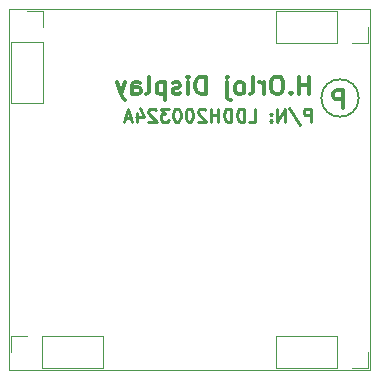
<source format=gbr>
G04 #@! TF.GenerationSoftware,KiCad,Pcbnew,(5.1.5)-3*
G04 #@! TF.CreationDate,2020-04-01T23:32:00-03:00*
G04 #@! TF.ProjectId,LDDH200324A,4c444448-3230-4303-9332-34412e6b6963,rev?*
G04 #@! TF.SameCoordinates,Original*
G04 #@! TF.FileFunction,Legend,Bot*
G04 #@! TF.FilePolarity,Positive*
%FSLAX45Y45*%
G04 Gerber Fmt 4.5, Leading zero omitted, Abs format (unit mm)*
G04 Created by KiCad (PCBNEW (5.1.5)-3) date 2020-04-01 23:32:00*
%MOMM*%
%LPD*%
G04 APERTURE LIST*
%ADD10C,0.375000*%
%ADD11C,0.200000*%
%ADD12C,0.275000*%
%ADD13C,0.050000*%
%ADD14C,0.120000*%
%ADD15O,1.802000X1.802000*%
%ADD16R,1.802000X1.802000*%
G04 APERTURE END LIST*
D10*
X16085286Y-9381857D02*
X16085286Y-9231857D01*
X16028143Y-9231857D01*
X16013857Y-9239000D01*
X16006714Y-9246143D01*
X15999571Y-9260429D01*
X15999571Y-9281857D01*
X16006714Y-9296143D01*
X16013857Y-9303286D01*
X16028143Y-9310429D01*
X16085286Y-9310429D01*
D11*
X16214114Y-9299000D02*
G75*
G03X16214114Y-9299000I-158114J0D01*
G01*
D10*
X15795911Y-9266857D02*
X15795911Y-9116857D01*
X15795911Y-9188286D02*
X15710196Y-9188286D01*
X15710196Y-9266857D02*
X15710196Y-9116857D01*
X15638768Y-9252571D02*
X15631625Y-9259714D01*
X15638768Y-9266857D01*
X15645911Y-9259714D01*
X15638768Y-9252571D01*
X15638768Y-9266857D01*
X15538768Y-9116857D02*
X15510196Y-9116857D01*
X15495911Y-9124000D01*
X15481625Y-9138286D01*
X15474482Y-9166857D01*
X15474482Y-9216857D01*
X15481625Y-9245429D01*
X15495911Y-9259714D01*
X15510196Y-9266857D01*
X15538768Y-9266857D01*
X15553053Y-9259714D01*
X15567339Y-9245429D01*
X15574482Y-9216857D01*
X15574482Y-9166857D01*
X15567339Y-9138286D01*
X15553053Y-9124000D01*
X15538768Y-9116857D01*
X15410196Y-9266857D02*
X15410196Y-9166857D01*
X15410196Y-9195429D02*
X15403053Y-9181143D01*
X15395911Y-9174000D01*
X15381625Y-9166857D01*
X15367339Y-9166857D01*
X15295911Y-9266857D02*
X15310196Y-9259714D01*
X15317339Y-9245429D01*
X15317339Y-9116857D01*
X15217339Y-9266857D02*
X15231625Y-9259714D01*
X15238768Y-9252571D01*
X15245911Y-9238286D01*
X15245911Y-9195429D01*
X15238768Y-9181143D01*
X15231625Y-9174000D01*
X15217339Y-9166857D01*
X15195911Y-9166857D01*
X15181625Y-9174000D01*
X15174482Y-9181143D01*
X15167339Y-9195429D01*
X15167339Y-9238286D01*
X15174482Y-9252571D01*
X15181625Y-9259714D01*
X15195911Y-9266857D01*
X15217339Y-9266857D01*
X15103053Y-9166857D02*
X15103053Y-9295429D01*
X15110196Y-9309714D01*
X15124482Y-9316857D01*
X15131625Y-9316857D01*
X15103053Y-9116857D02*
X15110196Y-9124000D01*
X15103053Y-9131143D01*
X15095911Y-9124000D01*
X15103053Y-9116857D01*
X15103053Y-9131143D01*
X14917339Y-9266857D02*
X14917339Y-9116857D01*
X14881625Y-9116857D01*
X14860196Y-9124000D01*
X14845911Y-9138286D01*
X14838768Y-9152571D01*
X14831625Y-9181143D01*
X14831625Y-9202571D01*
X14838768Y-9231143D01*
X14845911Y-9245429D01*
X14860196Y-9259714D01*
X14881625Y-9266857D01*
X14917339Y-9266857D01*
X14767339Y-9266857D02*
X14767339Y-9166857D01*
X14767339Y-9116857D02*
X14774482Y-9124000D01*
X14767339Y-9131143D01*
X14760196Y-9124000D01*
X14767339Y-9116857D01*
X14767339Y-9131143D01*
X14703053Y-9259714D02*
X14688768Y-9266857D01*
X14660196Y-9266857D01*
X14645911Y-9259714D01*
X14638768Y-9245429D01*
X14638768Y-9238286D01*
X14645911Y-9224000D01*
X14660196Y-9216857D01*
X14681625Y-9216857D01*
X14695911Y-9209714D01*
X14703053Y-9195429D01*
X14703053Y-9188286D01*
X14695911Y-9174000D01*
X14681625Y-9166857D01*
X14660196Y-9166857D01*
X14645911Y-9174000D01*
X14574482Y-9166857D02*
X14574482Y-9316857D01*
X14574482Y-9174000D02*
X14560196Y-9166857D01*
X14531625Y-9166857D01*
X14517339Y-9174000D01*
X14510196Y-9181143D01*
X14503053Y-9195429D01*
X14503053Y-9238286D01*
X14510196Y-9252571D01*
X14517339Y-9259714D01*
X14531625Y-9266857D01*
X14560196Y-9266857D01*
X14574482Y-9259714D01*
X14417339Y-9266857D02*
X14431625Y-9259714D01*
X14438768Y-9245429D01*
X14438768Y-9116857D01*
X14295911Y-9266857D02*
X14295911Y-9188286D01*
X14303053Y-9174000D01*
X14317339Y-9166857D01*
X14345911Y-9166857D01*
X14360196Y-9174000D01*
X14295911Y-9259714D02*
X14310196Y-9266857D01*
X14345911Y-9266857D01*
X14360196Y-9259714D01*
X14367339Y-9245429D01*
X14367339Y-9231143D01*
X14360196Y-9216857D01*
X14345911Y-9209714D01*
X14310196Y-9209714D01*
X14295911Y-9202571D01*
X14238768Y-9166857D02*
X14203053Y-9266857D01*
X14167339Y-9166857D02*
X14203053Y-9266857D01*
X14217339Y-9302571D01*
X14224482Y-9309714D01*
X14238768Y-9316857D01*
D12*
X15811934Y-9498762D02*
X15811934Y-9388762D01*
X15770030Y-9388762D01*
X15759553Y-9394000D01*
X15754315Y-9399238D01*
X15749077Y-9409714D01*
X15749077Y-9425429D01*
X15754315Y-9435905D01*
X15759553Y-9441143D01*
X15770030Y-9446381D01*
X15811934Y-9446381D01*
X15623363Y-9383524D02*
X15717649Y-9524952D01*
X15586696Y-9498762D02*
X15586696Y-9388762D01*
X15523839Y-9498762D01*
X15523839Y-9388762D01*
X15471458Y-9488286D02*
X15466220Y-9493524D01*
X15471458Y-9498762D01*
X15476696Y-9493524D01*
X15471458Y-9488286D01*
X15471458Y-9498762D01*
X15471458Y-9430667D02*
X15466220Y-9435905D01*
X15471458Y-9441143D01*
X15476696Y-9435905D01*
X15471458Y-9430667D01*
X15471458Y-9441143D01*
X15282887Y-9498762D02*
X15335268Y-9498762D01*
X15335268Y-9388762D01*
X15246220Y-9498762D02*
X15246220Y-9388762D01*
X15220030Y-9388762D01*
X15204315Y-9394000D01*
X15193839Y-9404476D01*
X15188601Y-9414952D01*
X15183363Y-9435905D01*
X15183363Y-9451619D01*
X15188601Y-9472571D01*
X15193839Y-9483048D01*
X15204315Y-9493524D01*
X15220030Y-9498762D01*
X15246220Y-9498762D01*
X15136220Y-9498762D02*
X15136220Y-9388762D01*
X15110030Y-9388762D01*
X15094315Y-9394000D01*
X15083839Y-9404476D01*
X15078601Y-9414952D01*
X15073363Y-9435905D01*
X15073363Y-9451619D01*
X15078601Y-9472571D01*
X15083839Y-9483048D01*
X15094315Y-9493524D01*
X15110030Y-9498762D01*
X15136220Y-9498762D01*
X15026220Y-9498762D02*
X15026220Y-9388762D01*
X15026220Y-9441143D02*
X14963363Y-9441143D01*
X14963363Y-9498762D02*
X14963363Y-9388762D01*
X14916220Y-9399238D02*
X14910982Y-9394000D01*
X14900506Y-9388762D01*
X14874315Y-9388762D01*
X14863839Y-9394000D01*
X14858601Y-9399238D01*
X14853363Y-9409714D01*
X14853363Y-9420190D01*
X14858601Y-9435905D01*
X14921458Y-9498762D01*
X14853363Y-9498762D01*
X14785268Y-9388762D02*
X14774792Y-9388762D01*
X14764315Y-9394000D01*
X14759077Y-9399238D01*
X14753839Y-9409714D01*
X14748601Y-9430667D01*
X14748601Y-9456857D01*
X14753839Y-9477810D01*
X14759077Y-9488286D01*
X14764315Y-9493524D01*
X14774792Y-9498762D01*
X14785268Y-9498762D01*
X14795744Y-9493524D01*
X14800982Y-9488286D01*
X14806220Y-9477810D01*
X14811458Y-9456857D01*
X14811458Y-9430667D01*
X14806220Y-9409714D01*
X14800982Y-9399238D01*
X14795744Y-9394000D01*
X14785268Y-9388762D01*
X14680506Y-9388762D02*
X14670030Y-9388762D01*
X14659553Y-9394000D01*
X14654315Y-9399238D01*
X14649077Y-9409714D01*
X14643839Y-9430667D01*
X14643839Y-9456857D01*
X14649077Y-9477810D01*
X14654315Y-9488286D01*
X14659553Y-9493524D01*
X14670030Y-9498762D01*
X14680506Y-9498762D01*
X14690982Y-9493524D01*
X14696220Y-9488286D01*
X14701458Y-9477810D01*
X14706696Y-9456857D01*
X14706696Y-9430667D01*
X14701458Y-9409714D01*
X14696220Y-9399238D01*
X14690982Y-9394000D01*
X14680506Y-9388762D01*
X14607173Y-9388762D02*
X14539077Y-9388762D01*
X14575744Y-9430667D01*
X14560030Y-9430667D01*
X14549553Y-9435905D01*
X14544315Y-9441143D01*
X14539077Y-9451619D01*
X14539077Y-9477810D01*
X14544315Y-9488286D01*
X14549553Y-9493524D01*
X14560030Y-9498762D01*
X14591458Y-9498762D01*
X14601934Y-9493524D01*
X14607173Y-9488286D01*
X14497173Y-9399238D02*
X14491934Y-9394000D01*
X14481458Y-9388762D01*
X14455268Y-9388762D01*
X14444792Y-9394000D01*
X14439553Y-9399238D01*
X14434315Y-9409714D01*
X14434315Y-9420190D01*
X14439553Y-9435905D01*
X14502411Y-9498762D01*
X14434315Y-9498762D01*
X14340030Y-9425429D02*
X14340030Y-9498762D01*
X14366220Y-9383524D02*
X14392411Y-9462095D01*
X14324315Y-9462095D01*
X14287649Y-9467333D02*
X14235268Y-9467333D01*
X14298125Y-9498762D02*
X14261458Y-9388762D01*
X14224792Y-9498762D01*
D13*
X16306000Y-8549000D02*
X13256000Y-8549000D01*
X13256000Y-8549000D02*
X13256000Y-11599000D01*
X16306000Y-11599000D02*
X16306000Y-8549000D01*
X13256000Y-11599000D02*
X16306000Y-11599000D01*
D14*
X13273000Y-11316000D02*
X13273000Y-11449000D01*
X13406000Y-11316000D02*
X13273000Y-11316000D01*
X13533000Y-11316000D02*
X13533000Y-11582000D01*
X13533000Y-11582000D02*
X14047000Y-11582000D01*
X13533000Y-11316000D02*
X14047000Y-11316000D01*
X14047000Y-11316000D02*
X14047000Y-11582000D01*
X16289000Y-11582000D02*
X16289000Y-11449000D01*
X16156000Y-11582000D02*
X16289000Y-11582000D01*
X16029000Y-11582000D02*
X16029000Y-11316000D01*
X16029000Y-11316000D02*
X15515000Y-11316000D01*
X16029000Y-11582000D02*
X15515000Y-11582000D01*
X15515000Y-11582000D02*
X15515000Y-11316000D01*
X16289000Y-8832000D02*
X16289000Y-8699000D01*
X16156000Y-8832000D02*
X16289000Y-8832000D01*
X16029000Y-8832000D02*
X16029000Y-8566000D01*
X16029000Y-8566000D02*
X15515000Y-8566000D01*
X16029000Y-8832000D02*
X15515000Y-8832000D01*
X15515000Y-8832000D02*
X15515000Y-8566000D01*
X13539000Y-8566000D02*
X13406000Y-8566000D01*
X13539000Y-8699000D02*
X13539000Y-8566000D01*
X13539000Y-8826000D02*
X13273000Y-8826000D01*
X13273000Y-8826000D02*
X13273000Y-9340000D01*
X13539000Y-8826000D02*
X13539000Y-9340000D01*
X13539000Y-9340000D02*
X13273000Y-9340000D01*
%LPC*%
D15*
X13914000Y-11449000D03*
X13660000Y-11449000D03*
D16*
X13406000Y-11449000D03*
D15*
X15648000Y-11449000D03*
X15902000Y-11449000D03*
D16*
X16156000Y-11449000D03*
D15*
X15648000Y-8699000D03*
X15902000Y-8699000D03*
D16*
X16156000Y-8699000D03*
D15*
X13406000Y-9207000D03*
X13406000Y-8953000D03*
D16*
X13406000Y-8699000D03*
M02*

</source>
